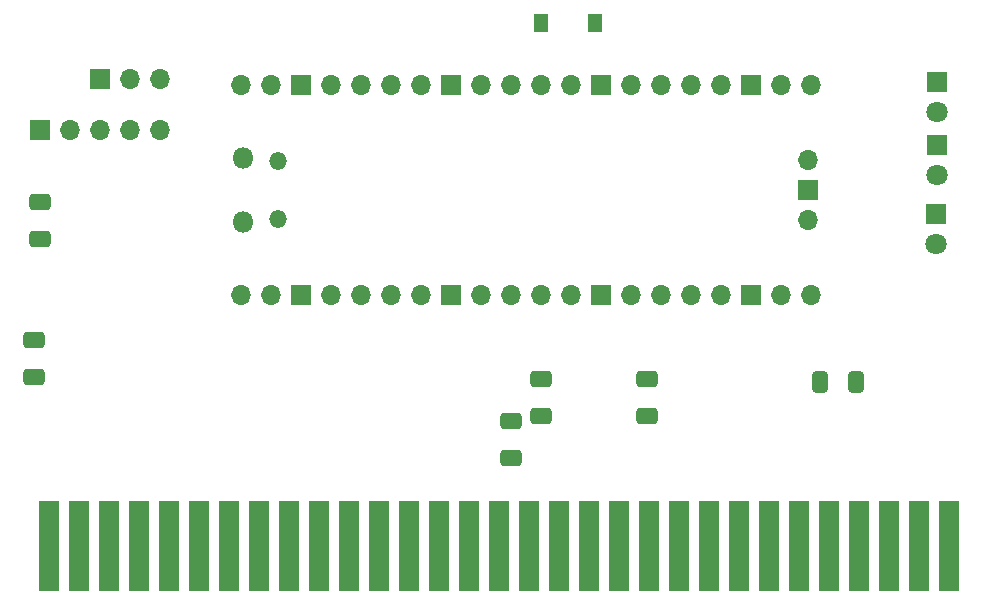
<source format=gbr>
%TF.GenerationSoftware,KiCad,Pcbnew,(6.0.5)*%
%TF.CreationDate,2022-11-12T13:55:10-06:00*%
%TF.ProjectId,ISA rev5,49534120-7265-4763-952e-6b696361645f,rev?*%
%TF.SameCoordinates,Original*%
%TF.FileFunction,Soldermask,Bot*%
%TF.FilePolarity,Negative*%
%FSLAX46Y46*%
G04 Gerber Fmt 4.6, Leading zero omitted, Abs format (unit mm)*
G04 Created by KiCad (PCBNEW (6.0.5)) date 2022-11-12 13:55:10*
%MOMM*%
%LPD*%
G01*
G04 APERTURE LIST*
G04 Aperture macros list*
%AMRoundRect*
0 Rectangle with rounded corners*
0 $1 Rounding radius*
0 $2 $3 $4 $5 $6 $7 $8 $9 X,Y pos of 4 corners*
0 Add a 4 corners polygon primitive as box body*
4,1,4,$2,$3,$4,$5,$6,$7,$8,$9,$2,$3,0*
0 Add four circle primitives for the rounded corners*
1,1,$1+$1,$2,$3*
1,1,$1+$1,$4,$5*
1,1,$1+$1,$6,$7*
1,1,$1+$1,$8,$9*
0 Add four rect primitives between the rounded corners*
20,1,$1+$1,$2,$3,$4,$5,0*
20,1,$1+$1,$4,$5,$6,$7,0*
20,1,$1+$1,$6,$7,$8,$9,0*
20,1,$1+$1,$8,$9,$2,$3,0*%
G04 Aperture macros list end*
%ADD10R,1.300000X1.550000*%
%ADD11R,1.700000X1.700000*%
%ADD12O,1.700000X1.700000*%
%ADD13O,1.800000X1.800000*%
%ADD14O,1.500000X1.500000*%
%ADD15R,1.780000X7.620000*%
%ADD16R,1.800000X1.800000*%
%ADD17C,1.800000*%
%ADD18RoundRect,0.250000X0.412500X0.650000X-0.412500X0.650000X-0.412500X-0.650000X0.412500X-0.650000X0*%
%ADD19RoundRect,0.250000X0.650000X-0.412500X0.650000X0.412500X-0.650000X0.412500X-0.650000X-0.412500X0*%
G04 APERTURE END LIST*
D10*
%TO.C,TP1*%
X150404000Y-104229000D03*
X154904000Y-104229000D03*
%TD*%
D11*
%TO.C,J5*%
X113030000Y-108966000D03*
D12*
X115570000Y-108966000D03*
X118110000Y-108966000D03*
%TD*%
D13*
%TO.C,U6*%
X125098000Y-121089000D03*
D14*
X128128000Y-115939000D03*
X128128000Y-120789000D03*
D13*
X125098000Y-115639000D03*
D12*
X124968000Y-127254000D03*
X127508000Y-127254000D03*
D11*
X130048000Y-127254000D03*
D12*
X132588000Y-127254000D03*
X135128000Y-127254000D03*
X137668000Y-127254000D03*
X140208000Y-127254000D03*
D11*
X142748000Y-127254000D03*
D12*
X145288000Y-127254000D03*
X147828000Y-127254000D03*
X150368000Y-127254000D03*
X152908000Y-127254000D03*
D11*
X155448000Y-127254000D03*
D12*
X157988000Y-127254000D03*
X160528000Y-127254000D03*
X163068000Y-127254000D03*
X165608000Y-127254000D03*
D11*
X168148000Y-127254000D03*
D12*
X170688000Y-127254000D03*
X173228000Y-127254000D03*
X173228000Y-109474000D03*
X170688000Y-109474000D03*
D11*
X168148000Y-109474000D03*
D12*
X165608000Y-109474000D03*
X163068000Y-109474000D03*
X160528000Y-109474000D03*
X157988000Y-109474000D03*
D11*
X155448000Y-109474000D03*
D12*
X152908000Y-109474000D03*
X150368000Y-109474000D03*
X147828000Y-109474000D03*
X145288000Y-109474000D03*
D11*
X142748000Y-109474000D03*
D12*
X140208000Y-109474000D03*
X137668000Y-109474000D03*
X135128000Y-109474000D03*
X132588000Y-109474000D03*
D11*
X130048000Y-109474000D03*
D12*
X127508000Y-109474000D03*
X124968000Y-109474000D03*
X172998000Y-120904000D03*
D11*
X172998000Y-118364000D03*
D12*
X172998000Y-115824000D03*
%TD*%
D15*
%TO.C,J1*%
X184917000Y-148463000D03*
X182377000Y-148463000D03*
X179837000Y-148463000D03*
X177297000Y-148463000D03*
X174757000Y-148463000D03*
X172217000Y-148463000D03*
X169677000Y-148463000D03*
X167137000Y-148463000D03*
X164597000Y-148463000D03*
X162057000Y-148463000D03*
X159517000Y-148463000D03*
X156977000Y-148463000D03*
X154437000Y-148463000D03*
X151897000Y-148463000D03*
X149357000Y-148463000D03*
X146817000Y-148463000D03*
X144277000Y-148463000D03*
X141737000Y-148463000D03*
X139197000Y-148463000D03*
X136657000Y-148463000D03*
X134117000Y-148463000D03*
X131577000Y-148463000D03*
X129037000Y-148463000D03*
X126497000Y-148463000D03*
X123957000Y-148463000D03*
X121417000Y-148463000D03*
X118877000Y-148463000D03*
X116337000Y-148463000D03*
X113797000Y-148463000D03*
X111257000Y-148463000D03*
X108717000Y-148463000D03*
%TD*%
D16*
%TO.C,D2*%
X183896000Y-114554000D03*
D17*
X183896000Y-117094000D03*
%TD*%
D16*
%TO.C,D3*%
X183896000Y-109215000D03*
D17*
X183896000Y-111755000D03*
%TD*%
D11*
%TO.C,J2*%
X107950000Y-113284000D03*
D12*
X110490000Y-113284000D03*
X113030000Y-113284000D03*
X115570000Y-113284000D03*
X118110000Y-113284000D03*
%TD*%
D16*
%TO.C,D4*%
X183769000Y-120396000D03*
D17*
X183769000Y-122936000D03*
%TD*%
D18*
%TO.C,C3*%
X177076500Y-134620000D03*
X173951500Y-134620000D03*
%TD*%
D19*
%TO.C,C7*%
X147828000Y-141008500D03*
X147828000Y-137883500D03*
%TD*%
%TO.C,C6*%
X150368000Y-137452500D03*
X150368000Y-134327500D03*
%TD*%
%TO.C,C1*%
X159323000Y-137452500D03*
X159323000Y-134327500D03*
%TD*%
%TO.C,C5*%
X107442000Y-134150500D03*
X107442000Y-131025500D03*
%TD*%
%TO.C,C4*%
X107950000Y-122466500D03*
X107950000Y-119341500D03*
%TD*%
M02*

</source>
